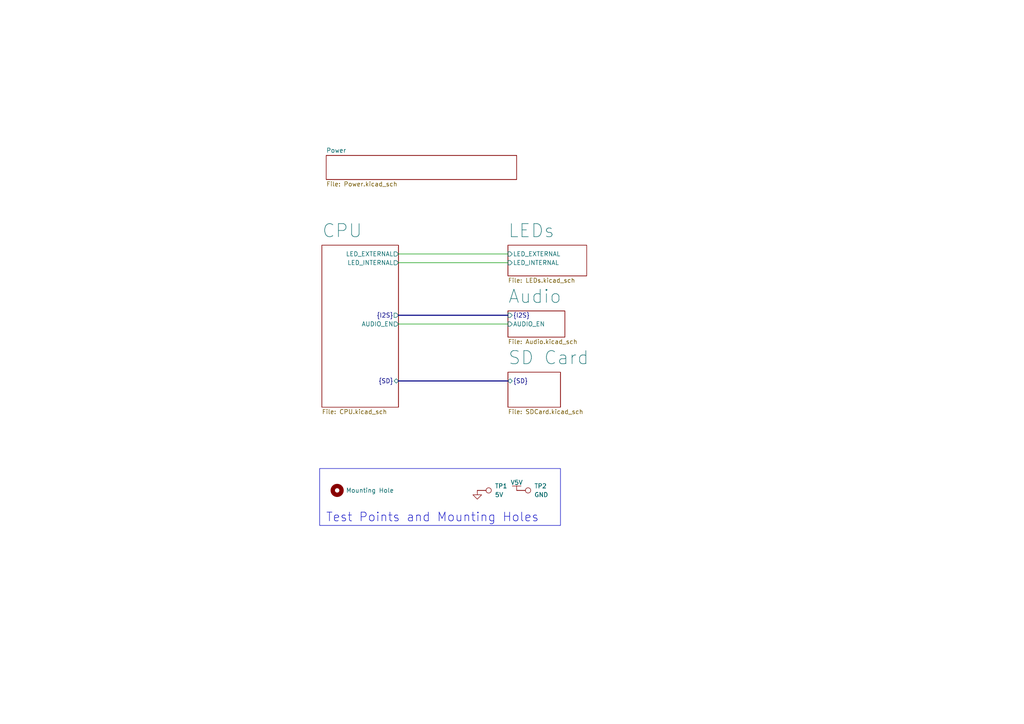
<source format=kicad_sch>
(kicad_sch (version 20231120) (generator "eeschema") (generator_version "8.0")
  (paper "A4")
  (title_block (date "2024-10-09") (rev "EVT2"))
  (lib_symbols
    (symbol "Connector:TestPoint" (pin_numbers hide) (pin_names (offset 0.762) hide)
      (property "Reference" "TP" (at 0 6.858 0))
      (property "Value" "TestPoint" (at 0 5.08 0))
      (symbol "TestPoint_0_1"
        (circle (center 0 3.302) (radius 0.762))
      )
      (symbol "TestPoint_1_1"
        (pin passive line (at 0 0 90) (length 2.54) (name "1") (number "1"))
      )
    )
    (symbol "Galvani:V5V" (power) (pin_names (offset 0))
      (property "Value" "V5V" (at 0 2.54 0))
      (symbol "V5V_0_1"
        (polyline (pts (xy -1.27 1.27) (xy 0 1.27)))
        (polyline (pts (xy 0 0) (xy 0 1.27)))
        (polyline (pts (xy 0 1.27) (xy 1.27 1.27)))
      )
      (symbol "V5V_1_1"
        (pin power_in line (at 0 0 90) (length 0) hide (name "V5V") (number "1"))
      )
    )
    (symbol "Mechanical:MountingHole" (pin_names (offset 1.016)) (exclude_from_sim yes) (in_bom no)
      (property "Reference" "H" (at 0 5.08 0))
      (property "Value" "MountingHole" (at 0 3.175 0))
      (symbol "MountingHole_0_1"
        (circle (center 0 0) (radius 1.27) (stroke (width 1.27)))
      )
    )
    (symbol "power:GND" (power) (pin_numbers hide) (pin_names (offset 0) hide)
      (property "Value" "GND" (at 0 -3.81 0))
      (symbol "GND_0_1"
        (polyline (pts (xy 0 0) (xy 0 -1.27) (xy 1.27 -1.27) (xy 0 -2.54) (xy -1.27 -1.27) (xy 0 -1.27)))
      )
      (symbol "GND_1_1"
        (pin power_in line (at 0 0 270) (length 0) (name "~") (number "1"))
      )
    )
  )
  (bus (pts (xy 115.57 91.44) (xy 147.32 91.44)))
  (bus (pts (xy 115.57 110.49) (xy 147.32 110.49)))
  (wire (pts (xy 115.57 93.98) (xy 147.32 93.98)))
  (wire (pts (xy 115.57 76.2) (xy 147.32 76.2)))
  (wire (pts (xy 115.57 73.66) (xy 147.32 73.66)))
  (rectangle (start 92.71 135.89) (end 162.56 152.4))
  (text "Test Points and Mounting Holes" (at 94.488 151.638 0) (effects (font (size 2.54 2.54)) (justify left bottom)))
  (symbol (lib_id "Galvani:V5V") (at 149.86 142.24 0) (unit 1)
    (property "Reference" "#PWR063" (effects (hide yes)))
    (property "Value" "V5V" (at 149.86 139.954 0))
  )
  (symbol (lib_id "Connector:TestPoint") (at 149.86 142.24 270) (unit 1) (in_bom no)
    (property "Reference" "TP2" (at 154.94 140.9699 90) (effects (justify left)))
    (property "Value" "GND" (at 154.94 143.5099 90) (effects (justify left)))
    (property "Footprint" "Galvani:Test Point" (effects (hide yes)))
    (property "Description" "test point" (effects (hide yes)))
  )
  (symbol (lib_id "Connector:TestPoint") (at 138.43 142.24 270) (unit 1) (in_bom no)
    (property "Reference" "TP1" (at 143.51 140.9699 90) (effects (justify left)))
    (property "Value" "5V" (at 143.51 143.5099 90) (effects (justify left)))
    (property "Footprint" "Galvani:Test Point" (effects (hide yes)))
    (property "Description" "test point" (effects (hide yes)))
  )
  (symbol (lib_id "power:GND") (at 138.43 142.24 0) (unit 1)
    (property "Reference" "#PWR084" (effects (hide yes)))
    (property "Value" "GND" (effects (hide yes)))
  )
  (symbol (lib_id "Mechanical:MountingHole") (at 97.79 142.24 0) (unit 1) (exclude_from_sim yes) (in_bom no)
    (property "Reference" "H2" (effects (hide yes)))
    (property "Value" "Mounting Hole" (at 100.33 142.24 0) (effects (justify left)))
    (property "Footprint" "MountingHole:MountingHole_3.5mm" (effects (hide yes)))
    (property "Description" "Mounting Hole without connection" (effects (hide yes)))
  )
  (sheet (at 93.345 71.12) (size 22.225 46.99) (stroke (width 0.1524))
    (property "Sheetname" "CPU" (at 93.345 69.1384 0) (effects (font (size 3.81 3.81)) (justify left bottom)))
    (property "Sheetfile" "CPU.kicad_sch" (at 93.345 118.6946 0) (effects (justify left top)))
    (pin "LED_EXTERNAL" output (at 115.57 73.66 0))
    (pin "{I2S}" output (at 115.57 91.44 0))
    (pin "LED_INTERNAL" output (at 115.57 76.2 0))
    (pin "AUDIO_EN" output (at 115.57 93.98 0))
    (pin "{SD}" bidirectional (at 115.57 110.49 0))
  )
  (sheet (at 147.32 107.95) (size 15.24 10.16) (stroke (width 0.1524))
    (property "Sheetname" "SD Card" (at 147.32 105.9684 0) (effects (font (size 3.81 3.81)) (justify left bottom)))
    (property "Sheetfile" "SDCard.kicad_sch" (at 147.32 118.6946 0) (effects (justify left top)))
    (pin "{SD}" bidirectional (at 147.32 110.49 180))
  )
  (sheet (at 147.32 90.17) (size 16.51 7.62) (stroke (width 0.1524))
    (property "Sheetname" "Audio" (at 147.32 88.1884 0) (effects (font (size 3.81 3.81)) (justify left bottom)))
    (property "Sheetfile" "Audio.kicad_sch" (at 147.32 98.3746 0) (effects (justify left top)))
    (pin "{I2S}" input (at 147.32 91.44 180))
    (pin "AUDIO_EN" input (at 147.32 93.98 180))
  )
  (sheet (at 147.32 71.12) (size 22.86 8.89) (stroke (width 0.1524))
    (property "Sheetname" "LEDs" (at 147.32 69.1384 0) (effects (font (size 3.81 3.81)) (justify left bottom)))
    (property "Sheetfile" "LEDs.kicad_sch" (at 147.32 80.5946 0) (effects (justify left top)))
    (pin "LED_INTERNAL" input (at 147.32 76.2 180))
    (pin "LED_EXTERNAL" input (at 147.32 73.66 180))
  )
  (sheet (at 94.615 45.085) (size 55.245 6.985) (stroke (width 0.1524))
    (property "Sheetname" "Power" (at 94.615 44.3734 0) (effects (justify left bottom)))
    (property "Sheetfile" "Power.kicad_sch" (at 94.615 52.6546 0) (effects (justify left top)))
  )
)
</source>
